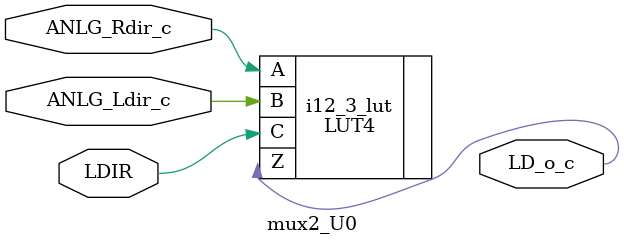
<source format=v>

module SmartRemote (A, B, C, ANLG_Ldir, ANLG_Rdir, LE_o, LD_o, 
            RE_o, RD_o) /* synthesis syn_module_defined=1 */ ;   // z:/windows.documents/desktop/ece272lab4/smart_remote.v(1[8:19])
    input A /* synthesis black_box_pad_pin=1 */ ;   // z:/windows.documents/desktop/ece272lab4/smart_remote.v(2[8:9])
    input B /* synthesis black_box_pad_pin=1 */ ;   // z:/windows.documents/desktop/ece272lab4/smart_remote.v(3[8:9])
    input C /* synthesis black_box_pad_pin=1 */ ;   // z:/windows.documents/desktop/ece272lab4/smart_remote.v(4[8:9])
    input ANLG_Ldir;   // z:/windows.documents/desktop/ece272lab4/smart_remote.v(5[8:17])
    input ANLG_Rdir;   // z:/windows.documents/desktop/ece272lab4/smart_remote.v(6[8:17])
    output LE_o;   // z:/windows.documents/desktop/ece272lab4/smart_remote.v(7[9:13])
    output LD_o;   // z:/windows.documents/desktop/ece272lab4/smart_remote.v(8[9:13])
    output RE_o;   // z:/windows.documents/desktop/ece272lab4/smart_remote.v(9[9:13])
    output RD_o;   // z:/windows.documents/desktop/ece272lab4/smart_remote.v(10[9:13])
    
    wire ANLG_Ldir_c;   // z:/windows.documents/desktop/ece272lab4/smart_remote.v(5[8:17])
    wire ANLG_Rdir_c;   // z:/windows.documents/desktop/ece272lab4/smart_remote.v(6[8:17])
    wire LE_o_c;   // z:/windows.documents/desktop/ece272lab4/smart_remote.v(7[9:13])
    wire LD_o_c;   // z:/windows.documents/desktop/ece272lab4/smart_remote.v(8[9:13])
    wire RE_o_c;   // z:/windows.documents/desktop/ece272lab4/smart_remote.v(9[9:13])
    wire RD_o_c;   // z:/windows.documents/desktop/ece272lab4/smart_remote.v(10[9:13])
    wire LEN;   // z:/windows.documents/desktop/ece272lab4/smart_remote.v(14[7:10])
    wire LDIR;   // z:/windows.documents/desktop/ece272lab4/smart_remote.v(14[12:16])
    wire REN;   // z:/windows.documents/desktop/ece272lab4/smart_remote.v(14[18:21])
    wire N_28;   // z:/windows.documents/desktop/ece272lab4/lab4_remote/remotecontrollerschematic.v(11[6:10])
    wire N_27;   // z:/windows.documents/desktop/ece272lab4/lab4_remote/remotecontrollerschematic.v(13[6:10])
    wire N_26;   // z:/windows.documents/desktop/ece272lab4/lab4_remote/remotecontrollerschematic.v(15[6:10])
    
    wire VCC_net;
    
    VHI i18 (.Z(VCC_net));
    LUT4 i1_2_lut_3_lut (.A(ANLG_Ldir_c), .B(ANLG_Rdir_c), .C(REN), .Z(RE_o_c)) /* synthesis lut_function=(A (B (C))) */ ;
    defparam i1_2_lut_3_lut.init = 16'h8080;
    GSR GSR_INST (.GSR(VCC_net));
    RemoteControllerSchematic myremote (.N_28(N_28), .N_27(N_27), .N_26(N_26), 
            .LEN(LEN), .REN(REN), .LDIR(LDIR)) /* synthesis syn_module_defined=1 */ ;
    OB LD_o_pad (.I(LD_o_c), .O(LD_o));
    IB I24 (.I(B), .O(N_28)) /* synthesis syn_instantiated=1 */ ;   // z:/windows.documents/desktop/ece272lab4/smart_remote.v(18[30] 26[3])
    IB I23 (.I(C), .O(N_26)) /* synthesis syn_instantiated=1 */ ;   // z:/windows.documents/desktop/ece272lab4/smart_remote.v(18[30] 26[3])
    IB I25 (.I(A), .O(N_27)) /* synthesis syn_instantiated=1 */ ;   // z:/windows.documents/desktop/ece272lab4/smart_remote.v(18[30] 26[3])
    OB LE_o_pad (.I(LE_o_c), .O(LE_o));
    OB RD_o_pad (.I(RD_o_c), .O(RD_o));
    OB RE_o_pad (.I(RE_o_c), .O(RE_o));
    IB ANLG_Rdir_pad (.I(ANLG_Rdir), .O(ANLG_Rdir_c));
    IB ANLG_Ldir_pad (.I(ANLG_Ldir), .O(ANLG_Ldir_c));
    mux2 RD_MUX (.ANLG_Ldir_c(ANLG_Ldir_c), .ANLG_Rdir_c(ANLG_Rdir_c), .N_27(N_27), 
         .RD_o_c(RD_o_c)) /* synthesis syn_module_defined=1 */ ;
    LUT4 i1_2_lut_3_lut_adj_1 (.A(ANLG_Ldir_c), .B(ANLG_Rdir_c), .C(LEN), 
         .Z(LE_o_c)) /* synthesis lut_function=(A (B (C))) */ ;
    defparam i1_2_lut_3_lut_adj_1.init = 16'h8080;
    PUR PUR_INST (.PUR(VCC_net));
    defparam PUR_INST.RST_PULSE = 1;
    mux2_U0 LD_MUX (.ANLG_Rdir_c(ANLG_Rdir_c), .ANLG_Ldir_c(ANLG_Ldir_c), 
            .LDIR(LDIR), .LD_o_c(LD_o_c)) /* synthesis syn_module_defined=1 */ ;
    
endmodule
//
// Verilog Description of module RemoteControllerSchematic
//

module RemoteControllerSchematic (N_28, N_27, N_26, LEN, REN, LDIR) /* synthesis syn_module_defined=1 */ ;
    input N_28;
    input N_27;
    input N_26;
    output LEN;
    output REN;
    output LDIR;
    
    wire N_4;   // z:/windows.documents/desktop/ece272lab4/lab4_remote/remotecontrollerschematic.v(39[6:9])
    wire N_11;   // z:/windows.documents/desktop/ece272lab4/lab4_remote/remotecontrollerschematic.v(29[6:10])
    wire N_9;   // z:/windows.documents/desktop/ece272lab4/lab4_remote/remotecontrollerschematic.v(35[6:9])
    wire N_10;   // z:/windows.documents/desktop/ece272lab4/lab4_remote/remotecontrollerschematic.v(37[6:10])
    wire N_5;   // z:/windows.documents/desktop/ece272lab4/lab4_remote/remotecontrollerschematic.v(41[6:9])
    wire N_16;   // z:/windows.documents/desktop/ece272lab4/lab4_remote/remotecontrollerschematic.v(27[6:10])
    wire N_21;   // z:/windows.documents/desktop/ece272lab4/lab4_remote/remotecontrollerschematic.v(19[6:10])
    wire N_15;   // z:/windows.documents/desktop/ece272lab4/lab4_remote/remotecontrollerschematic.v(25[6:10])
    
    AND3 I4 (.A(N_27), .B(N_28), .C(N_26), .Z(N_4)) /* synthesis syn_instantiated=1 */ ;   // z:/windows.documents/desktop/ece272lab4/smart_remote.v(18[30] 26[3])
    INV I10 (.A(N_26), .Z(N_11));   // z:/windows.documents/desktop/ece272lab4/smart_remote.v(18[30] 26[3])
    INV I6 (.A(N_28), .Z(N_9));   // z:/windows.documents/desktop/ece272lab4/smart_remote.v(18[30] 26[3])
    INV I7 (.A(N_27), .Z(N_10));   // z:/windows.documents/desktop/ece272lab4/smart_remote.v(18[30] 26[3])
    OR2 I3 (.A(N_5), .B(N_4), .Z(LEN)) /* synthesis syn_instantiated=1 */ ;   // z:/windows.documents/desktop/ece272lab4/smart_remote.v(18[30] 26[3])
    OR2 I18 (.A(N_16), .B(N_21), .Z(REN)) /* synthesis syn_instantiated=1 */ ;   // z:/windows.documents/desktop/ece272lab4/smart_remote.v(18[30] 26[3])
    OR2 I13 (.A(N_16), .B(N_15), .Z(LDIR)) /* synthesis syn_instantiated=1 */ ;   // z:/windows.documents/desktop/ece272lab4/smart_remote.v(18[30] 26[3])
    AND3 I16 (.A(N_27), .B(N_28), .C(N_26), .Z(N_21)) /* synthesis syn_instantiated=1 */ ;   // z:/windows.documents/desktop/ece272lab4/smart_remote.v(18[30] 26[3])
    AND2 I8 (.A(N_28), .B(N_11), .Z(N_15)) /* synthesis syn_instantiated=1 */ ;   // z:/windows.documents/desktop/ece272lab4/smart_remote.v(18[30] 26[3])
    AND2 I9 (.A(N_9), .B(N_11), .Z(N_16)) /* synthesis syn_instantiated=1 */ ;   // z:/windows.documents/desktop/ece272lab4/smart_remote.v(18[30] 26[3])
    AND2 I5 (.A(N_10), .B(N_9), .Z(N_5)) /* synthesis syn_instantiated=1 */ ;   // z:/windows.documents/desktop/ece272lab4/smart_remote.v(18[30] 26[3])
    
endmodule
//
// Verilog Description of module mux2
//

module mux2 (ANLG_Ldir_c, ANLG_Rdir_c, N_27, RD_o_c) /* synthesis syn_module_defined=1 */ ;
    input ANLG_Ldir_c;
    input ANLG_Rdir_c;
    input N_27;
    output RD_o_c;
    
    
    LUT4 i15_3_lut (.A(ANLG_Ldir_c), .B(ANLG_Rdir_c), .C(N_27), .Z(RD_o_c)) /* synthesis lut_function=(!(A ((C)+!B)+!A !(B))) */ ;
    defparam i15_3_lut.init = 16'h4c4c;
    
endmodule
//
// Verilog Description of module PUR
// module not written out since it is a black-box. 
//

//
// Verilog Description of module mux2_U0
//

module mux2_U0 (ANLG_Rdir_c, ANLG_Ldir_c, LDIR, LD_o_c) /* synthesis syn_module_defined=1 */ ;
    input ANLG_Rdir_c;
    input ANLG_Ldir_c;
    input LDIR;
    output LD_o_c;
    
    
    LUT4 i12_3_lut (.A(ANLG_Rdir_c), .B(ANLG_Ldir_c), .C(LDIR), .Z(LD_o_c)) /* synthesis lut_function=(A (B (C))+!A (B)) */ ;
    defparam i12_3_lut.init = 16'hc4c4;
    
endmodule

</source>
